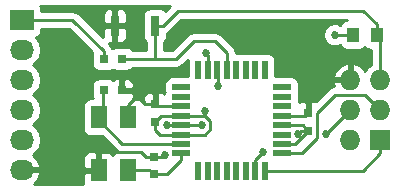
<source format=gtl>
%TF.GenerationSoftware,KiCad,Pcbnew,4.0.5-e0-6337~49~ubuntu16.04.1*%
%TF.CreationDate,2017-01-09T19:52:44-08:00*%
%TF.ProjectId,avr-programmer,6176722D70726F6772616D6D65722E6B,v1.0*%
%TF.FileFunction,Copper,L1,Top,Signal*%
%FSLAX46Y46*%
G04 Gerber Fmt 4.6, Leading zero omitted, Abs format (unit mm)*
G04 Created by KiCad (PCBNEW 4.0.5-e0-6337~49~ubuntu16.04.1) date Mon Jan  9 19:52:44 2017*
%MOMM*%
%LPD*%
G01*
G04 APERTURE LIST*
%ADD10C,0.350000*%
%ADD11R,0.800000X1.700000*%
%ADD12R,0.800000X0.750000*%
%ADD13R,0.750000X0.800000*%
%ADD14R,2.032000X1.727200*%
%ADD15O,2.032000X1.727200*%
%ADD16R,1.727200X1.727200*%
%ADD17O,1.727200X1.727200*%
%ADD18R,1.000000X1.250000*%
%ADD19R,1.397000X1.905000*%
%ADD20R,1.600000X0.550000*%
%ADD21R,0.550000X1.600000*%
%ADD22C,0.685800*%
%ADD23C,0.254000*%
%ADD24C,0.330200*%
%ADD25C,0.350000*%
G04 APERTURE END LIST*
D10*
D11*
X114300000Y-77978000D03*
X110900000Y-77978000D03*
D12*
X111482000Y-80772000D03*
X109982000Y-80772000D03*
X109994000Y-83439000D03*
X111494000Y-83439000D03*
D13*
X114173000Y-90551000D03*
X114173000Y-89051000D03*
X127254000Y-86844000D03*
X127254000Y-85344000D03*
X114300000Y-86106000D03*
X114300000Y-84606000D03*
D14*
X102997000Y-77470000D03*
D15*
X102997000Y-80010000D03*
X102997000Y-82550000D03*
X102997000Y-85090000D03*
X102997000Y-87630000D03*
X102997000Y-90170000D03*
D16*
X133350000Y-87630000D03*
D17*
X130810000Y-87630000D03*
X133350000Y-85090000D03*
X130810000Y-85090000D03*
X133350000Y-82550000D03*
X130810000Y-82550000D03*
D18*
X131080000Y-78740000D03*
X133080000Y-78740000D03*
D19*
X112014000Y-90195400D03*
X112014000Y-85725000D03*
X109524800Y-90195400D03*
X109524800Y-85725000D03*
D20*
X116527000Y-83179000D03*
X116527000Y-83979000D03*
X116527000Y-84779000D03*
X116527000Y-85579000D03*
X116527000Y-86379000D03*
X116527000Y-87179000D03*
X116527000Y-87979000D03*
X116527000Y-88779000D03*
D21*
X117977000Y-90229000D03*
X118777000Y-90229000D03*
X119577000Y-90229000D03*
X120377000Y-90229000D03*
X121177000Y-90229000D03*
X121977000Y-90229000D03*
X122777000Y-90229000D03*
X123577000Y-90229000D03*
D20*
X125027000Y-88779000D03*
X125027000Y-87979000D03*
X125027000Y-87179000D03*
X125027000Y-86379000D03*
X125027000Y-85579000D03*
X125027000Y-84779000D03*
X125027000Y-83979000D03*
X125027000Y-83179000D03*
D21*
X123577000Y-81729000D03*
X122777000Y-81729000D03*
X121977000Y-81729000D03*
X121177000Y-81729000D03*
X120377000Y-81729000D03*
X119577000Y-81729000D03*
X118777000Y-81729000D03*
X117977000Y-81729000D03*
D22*
X116078000Y-78994000D03*
X115130098Y-88900000D03*
X124714000Y-78740000D03*
X109220000Y-77724000D03*
X111506000Y-82042000D03*
X127000000Y-83566000D03*
X118237000Y-86360000D03*
X109474000Y-88138000D03*
X112776000Y-83947000D03*
X115271902Y-86360000D03*
X126421625Y-87122000D03*
X118527376Y-85180624D03*
X129540000Y-78740000D03*
X118618000Y-80264000D03*
X119634000Y-83058000D03*
X123444000Y-88646000D03*
X128733911Y-87122000D03*
D23*
X114300000Y-77978000D02*
X114954000Y-77978000D01*
X114954000Y-77978000D02*
X116224000Y-76708000D01*
X116224000Y-76708000D02*
X131927000Y-76708000D01*
X111482000Y-80772000D02*
X114300000Y-80772000D01*
X114300000Y-80772000D02*
X116078000Y-80772000D01*
X114300000Y-77978000D02*
X114300000Y-80772000D01*
X116078000Y-80772000D02*
X117602000Y-79248000D01*
X133080000Y-78740000D02*
X133080000Y-77861000D01*
X133080000Y-77861000D02*
X131927000Y-76708000D01*
X133350000Y-82550000D02*
X133350000Y-79010000D01*
X133350000Y-79010000D02*
X133080000Y-78740000D01*
X119380000Y-79248000D02*
X120377000Y-80245000D01*
X120377000Y-80245000D02*
X120377000Y-81729000D01*
X117602000Y-79248000D02*
X119380000Y-79248000D01*
X102997000Y-77470000D02*
X107309000Y-77470000D01*
X107309000Y-77470000D02*
X109982000Y-80143000D01*
X109982000Y-80143000D02*
X109982000Y-80772000D01*
X116527000Y-87979000D02*
X111524800Y-87979000D01*
X111524800Y-87979000D02*
X109524800Y-85979000D01*
X109524800Y-85979000D02*
X109524800Y-85725000D01*
X109879000Y-83439000D02*
X109879000Y-85370800D01*
X109879000Y-85370800D02*
X109524800Y-85725000D01*
X114173000Y-89051000D02*
X114979098Y-89051000D01*
X114979098Y-89051000D02*
X115130098Y-88900000D01*
X113139000Y-88646000D02*
X109982000Y-88646000D01*
X109982000Y-88646000D02*
X109474000Y-88138000D01*
X114173000Y-89051000D02*
X113544000Y-89051000D01*
X113544000Y-89051000D02*
X113139000Y-88646000D01*
X130810000Y-82550000D02*
X128524000Y-82550000D01*
X128524000Y-82550000D02*
X124714000Y-78740000D01*
X110900000Y-77978000D02*
X109474000Y-77978000D01*
X109474000Y-77978000D02*
X109220000Y-77724000D01*
X111379000Y-83439000D02*
X111379000Y-82169000D01*
X111379000Y-82169000D02*
X111506000Y-82042000D01*
X109524800Y-90195400D02*
X103022400Y-90195400D01*
X103022400Y-90195400D02*
X102997000Y-90170000D01*
X127254000Y-85344000D02*
X127254000Y-83820000D01*
X127254000Y-83820000D02*
X127000000Y-83566000D01*
X116527000Y-86379000D02*
X118218000Y-86379000D01*
X118218000Y-86379000D02*
X118237000Y-86360000D01*
X127254000Y-85344000D02*
X127019000Y-85579000D01*
X127019000Y-85579000D02*
X125027000Y-85579000D01*
X113665000Y-83058000D02*
X112776000Y-83947000D01*
X111379000Y-83439000D02*
X112268000Y-83439000D01*
X112268000Y-83439000D02*
X112776000Y-83947000D01*
X112014000Y-85725000D02*
X112014000Y-84709000D01*
X112014000Y-84709000D02*
X112776000Y-83947000D01*
X109524800Y-90195400D02*
X109524800Y-88188800D01*
X109524800Y-88188800D02*
X109474000Y-88138000D01*
X114300000Y-84606000D02*
X113435000Y-84606000D01*
X113435000Y-84606000D02*
X112776000Y-83947000D01*
X116527000Y-86379000D02*
X115290902Y-86379000D01*
X115290902Y-86379000D02*
X115271902Y-86360000D01*
X116527000Y-84779000D02*
X114473000Y-84779000D01*
X114473000Y-84779000D02*
X114300000Y-84606000D01*
X114802000Y-90551000D02*
X114173000Y-90551000D01*
X115284000Y-90551000D02*
X114802000Y-90551000D01*
X116527000Y-89308000D02*
X115284000Y-90551000D01*
X116527000Y-88779000D02*
X116527000Y-89308000D01*
X112014000Y-90195400D02*
X113817400Y-90195400D01*
X113817400Y-90195400D02*
X114173000Y-90551000D01*
X127254000Y-86844000D02*
X126699625Y-86844000D01*
X126699625Y-86844000D02*
X126421625Y-87122000D01*
X118527376Y-85579000D02*
X118527376Y-85180624D01*
X118527376Y-85180624D02*
X118618000Y-85090000D01*
X131080000Y-78740000D02*
X129540000Y-78740000D01*
X118960902Y-86012526D02*
X118960902Y-86707474D01*
X117581000Y-87179000D02*
X116527000Y-87179000D01*
X118960902Y-86707474D02*
X118489376Y-87179000D01*
X118527376Y-85579000D02*
X118960902Y-86012526D01*
X118489376Y-87179000D02*
X117581000Y-87179000D01*
X125027000Y-87979000D02*
X126144000Y-87979000D01*
X126144000Y-87979000D02*
X127254000Y-86869000D01*
X127254000Y-86869000D02*
X127254000Y-86844000D01*
X125027000Y-86379000D02*
X126789000Y-86379000D01*
X126789000Y-86379000D02*
X127254000Y-86844000D01*
X114300000Y-86760000D02*
X114300000Y-86106000D01*
X114719000Y-87179000D02*
X114300000Y-86760000D01*
X116527000Y-87179000D02*
X114719000Y-87179000D01*
X116527000Y-85579000D02*
X118527376Y-85579000D01*
X114300000Y-86106000D02*
X114827000Y-85579000D01*
X114827000Y-85579000D02*
X116527000Y-85579000D01*
X118618000Y-80264000D02*
X118777000Y-80423000D01*
X118777000Y-80423000D02*
X118777000Y-81729000D01*
X119634000Y-83058000D02*
X119634000Y-81786000D01*
X119634000Y-81786000D02*
X119577000Y-81729000D01*
X133350000Y-87630000D02*
X133350000Y-88747600D01*
X133350000Y-88747600D02*
X131868600Y-90229000D01*
X124106000Y-90229000D02*
X123577000Y-90229000D01*
X131868600Y-90229000D02*
X124106000Y-90229000D01*
X128010001Y-87481197D02*
X126712198Y-88779000D01*
X129514601Y-83845399D02*
X128010001Y-85349999D01*
X132105399Y-83845399D02*
X129514601Y-83845399D01*
X128010001Y-85349999D02*
X128010001Y-87481197D01*
X126081000Y-88779000D02*
X125027000Y-88779000D01*
X133350000Y-85090000D02*
X132105399Y-83845399D01*
X126712198Y-88779000D02*
X126081000Y-88779000D01*
X122777000Y-90229000D02*
X122777000Y-89313000D01*
X122777000Y-89313000D02*
X123444000Y-88646000D01*
X128733911Y-87122000D02*
X130765911Y-85090000D01*
X130765911Y-85090000D02*
X130810000Y-85090000D01*
G36*
X108972250Y-80210880D02*
X108934560Y-80397000D01*
X108934560Y-81147000D01*
X108978838Y-81382317D01*
X109117910Y-81598441D01*
X109330110Y-81743431D01*
X109582000Y-81794440D01*
X110382000Y-81794440D01*
X110617317Y-81750162D01*
X110731978Y-81676380D01*
X110830110Y-81743431D01*
X111082000Y-81794440D01*
X111882000Y-81794440D01*
X112117317Y-81750162D01*
X112333441Y-81611090D01*
X112386114Y-81534000D01*
X116078000Y-81534000D01*
X116369605Y-81475996D01*
X116616815Y-81310815D01*
X117068762Y-80858868D01*
X117054560Y-80929000D01*
X117054560Y-82256560D01*
X115727000Y-82256560D01*
X115491683Y-82300838D01*
X115275559Y-82439910D01*
X115130569Y-82652110D01*
X115079560Y-82904000D01*
X115079560Y-83454000D01*
X115103944Y-83583589D01*
X115079560Y-83704000D01*
X115079560Y-83712534D01*
X115034699Y-83667673D01*
X114801310Y-83571000D01*
X114585750Y-83571000D01*
X114427000Y-83729750D01*
X114427000Y-84479000D01*
X114447000Y-84479000D01*
X114447000Y-84733000D01*
X114427000Y-84733000D01*
X114427000Y-84753000D01*
X114173000Y-84753000D01*
X114173000Y-84733000D01*
X114153000Y-84733000D01*
X114153000Y-84479000D01*
X114173000Y-84479000D01*
X114173000Y-83729750D01*
X114014250Y-83571000D01*
X113798690Y-83571000D01*
X113565301Y-83667673D01*
X113386673Y-83846302D01*
X113290000Y-84079691D01*
X113290000Y-84320250D01*
X113448748Y-84478998D01*
X113290000Y-84478998D01*
X113290000Y-84507374D01*
X113250827Y-84412802D01*
X113072199Y-84234173D01*
X112838810Y-84137500D01*
X112447321Y-84137500D01*
X112529000Y-83940310D01*
X112529000Y-83724750D01*
X112370250Y-83566000D01*
X111621000Y-83566000D01*
X111621000Y-83586000D01*
X111367000Y-83586000D01*
X111367000Y-83566000D01*
X111347000Y-83566000D01*
X111347000Y-83312000D01*
X111367000Y-83312000D01*
X111367000Y-82587750D01*
X111621000Y-82587750D01*
X111621000Y-83312000D01*
X112370250Y-83312000D01*
X112529000Y-83153250D01*
X112529000Y-82937690D01*
X112432327Y-82704301D01*
X112253698Y-82525673D01*
X112020309Y-82429000D01*
X111779750Y-82429000D01*
X111621000Y-82587750D01*
X111367000Y-82587750D01*
X111208250Y-82429000D01*
X110967691Y-82429000D01*
X110734302Y-82525673D01*
X110732932Y-82527043D01*
X110645890Y-82467569D01*
X110394000Y-82416560D01*
X109594000Y-82416560D01*
X109358683Y-82460838D01*
X109142559Y-82599910D01*
X108997569Y-82812110D01*
X108946560Y-83064000D01*
X108946560Y-83814000D01*
X108990838Y-84049317D01*
X109039577Y-84125060D01*
X108826300Y-84125060D01*
X108590983Y-84169338D01*
X108374859Y-84308410D01*
X108229869Y-84520610D01*
X108178860Y-84772500D01*
X108178860Y-86677500D01*
X108223138Y-86912817D01*
X108362210Y-87128941D01*
X108574410Y-87273931D01*
X108826300Y-87324940D01*
X109793110Y-87324940D01*
X110985985Y-88517815D01*
X111149059Y-88626778D01*
X111080183Y-88639738D01*
X110864059Y-88778810D01*
X110773366Y-88911543D01*
X110761627Y-88883202D01*
X110582999Y-88704573D01*
X110349610Y-88607900D01*
X109810550Y-88607900D01*
X109651800Y-88766650D01*
X109651800Y-90068400D01*
X109671800Y-90068400D01*
X109671800Y-90322400D01*
X109651800Y-90322400D01*
X109651800Y-90342400D01*
X109397800Y-90342400D01*
X109397800Y-90322400D01*
X108350050Y-90322400D01*
X108191300Y-90481150D01*
X108191300Y-91274209D01*
X108228410Y-91363800D01*
X104021178Y-91363800D01*
X104347732Y-91072036D01*
X104601709Y-90544791D01*
X104604358Y-90529026D01*
X104483217Y-90297000D01*
X103124000Y-90297000D01*
X103124000Y-90317000D01*
X102870000Y-90317000D01*
X102870000Y-90297000D01*
X102850000Y-90297000D01*
X102850000Y-90043000D01*
X102870000Y-90043000D01*
X102870000Y-90023000D01*
X103124000Y-90023000D01*
X103124000Y-90043000D01*
X104483217Y-90043000D01*
X104604358Y-89810974D01*
X104601709Y-89795209D01*
X104347732Y-89267964D01*
X104178310Y-89116591D01*
X108191300Y-89116591D01*
X108191300Y-89909650D01*
X108350050Y-90068400D01*
X109397800Y-90068400D01*
X109397800Y-88766650D01*
X109239050Y-88607900D01*
X108699990Y-88607900D01*
X108466601Y-88704573D01*
X108287973Y-88883202D01*
X108191300Y-89116591D01*
X104178310Y-89116591D01*
X103931931Y-88896461D01*
X104241415Y-88689670D01*
X104566271Y-88203489D01*
X104680345Y-87630000D01*
X104566271Y-87056511D01*
X104241415Y-86570330D01*
X103926634Y-86360000D01*
X104241415Y-86149670D01*
X104566271Y-85663489D01*
X104680345Y-85090000D01*
X104566271Y-84516511D01*
X104241415Y-84030330D01*
X103926634Y-83820000D01*
X104241415Y-83609670D01*
X104566271Y-83123489D01*
X104680345Y-82550000D01*
X104566271Y-81976511D01*
X104241415Y-81490330D01*
X103926634Y-81280000D01*
X104241415Y-81069670D01*
X104566271Y-80583489D01*
X104680345Y-80010000D01*
X104566271Y-79436511D01*
X104241415Y-78950330D01*
X104227087Y-78940757D01*
X104248317Y-78936762D01*
X104464441Y-78797690D01*
X104609431Y-78585490D01*
X104660440Y-78333600D01*
X104660440Y-78232000D01*
X106993370Y-78232000D01*
X108972250Y-80210880D01*
X108972250Y-80210880D01*
G37*
X108972250Y-80210880D02*
X108934560Y-80397000D01*
X108934560Y-81147000D01*
X108978838Y-81382317D01*
X109117910Y-81598441D01*
X109330110Y-81743431D01*
X109582000Y-81794440D01*
X110382000Y-81794440D01*
X110617317Y-81750162D01*
X110731978Y-81676380D01*
X110830110Y-81743431D01*
X111082000Y-81794440D01*
X111882000Y-81794440D01*
X112117317Y-81750162D01*
X112333441Y-81611090D01*
X112386114Y-81534000D01*
X116078000Y-81534000D01*
X116369605Y-81475996D01*
X116616815Y-81310815D01*
X117068762Y-80858868D01*
X117054560Y-80929000D01*
X117054560Y-82256560D01*
X115727000Y-82256560D01*
X115491683Y-82300838D01*
X115275559Y-82439910D01*
X115130569Y-82652110D01*
X115079560Y-82904000D01*
X115079560Y-83454000D01*
X115103944Y-83583589D01*
X115079560Y-83704000D01*
X115079560Y-83712534D01*
X115034699Y-83667673D01*
X114801310Y-83571000D01*
X114585750Y-83571000D01*
X114427000Y-83729750D01*
X114427000Y-84479000D01*
X114447000Y-84479000D01*
X114447000Y-84733000D01*
X114427000Y-84733000D01*
X114427000Y-84753000D01*
X114173000Y-84753000D01*
X114173000Y-84733000D01*
X114153000Y-84733000D01*
X114153000Y-84479000D01*
X114173000Y-84479000D01*
X114173000Y-83729750D01*
X114014250Y-83571000D01*
X113798690Y-83571000D01*
X113565301Y-83667673D01*
X113386673Y-83846302D01*
X113290000Y-84079691D01*
X113290000Y-84320250D01*
X113448748Y-84478998D01*
X113290000Y-84478998D01*
X113290000Y-84507374D01*
X113250827Y-84412802D01*
X113072199Y-84234173D01*
X112838810Y-84137500D01*
X112447321Y-84137500D01*
X112529000Y-83940310D01*
X112529000Y-83724750D01*
X112370250Y-83566000D01*
X111621000Y-83566000D01*
X111621000Y-83586000D01*
X111367000Y-83586000D01*
X111367000Y-83566000D01*
X111347000Y-83566000D01*
X111347000Y-83312000D01*
X111367000Y-83312000D01*
X111367000Y-82587750D01*
X111621000Y-82587750D01*
X111621000Y-83312000D01*
X112370250Y-83312000D01*
X112529000Y-83153250D01*
X112529000Y-82937690D01*
X112432327Y-82704301D01*
X112253698Y-82525673D01*
X112020309Y-82429000D01*
X111779750Y-82429000D01*
X111621000Y-82587750D01*
X111367000Y-82587750D01*
X111208250Y-82429000D01*
X110967691Y-82429000D01*
X110734302Y-82525673D01*
X110732932Y-82527043D01*
X110645890Y-82467569D01*
X110394000Y-82416560D01*
X109594000Y-82416560D01*
X109358683Y-82460838D01*
X109142559Y-82599910D01*
X108997569Y-82812110D01*
X108946560Y-83064000D01*
X108946560Y-83814000D01*
X108990838Y-84049317D01*
X109039577Y-84125060D01*
X108826300Y-84125060D01*
X108590983Y-84169338D01*
X108374859Y-84308410D01*
X108229869Y-84520610D01*
X108178860Y-84772500D01*
X108178860Y-86677500D01*
X108223138Y-86912817D01*
X108362210Y-87128941D01*
X108574410Y-87273931D01*
X108826300Y-87324940D01*
X109793110Y-87324940D01*
X110985985Y-88517815D01*
X111149059Y-88626778D01*
X111080183Y-88639738D01*
X110864059Y-88778810D01*
X110773366Y-88911543D01*
X110761627Y-88883202D01*
X110582999Y-88704573D01*
X110349610Y-88607900D01*
X109810550Y-88607900D01*
X109651800Y-88766650D01*
X109651800Y-90068400D01*
X109671800Y-90068400D01*
X109671800Y-90322400D01*
X109651800Y-90322400D01*
X109651800Y-90342400D01*
X109397800Y-90342400D01*
X109397800Y-90322400D01*
X108350050Y-90322400D01*
X108191300Y-90481150D01*
X108191300Y-91274209D01*
X108228410Y-91363800D01*
X104021178Y-91363800D01*
X104347732Y-91072036D01*
X104601709Y-90544791D01*
X104604358Y-90529026D01*
X104483217Y-90297000D01*
X103124000Y-90297000D01*
X103124000Y-90317000D01*
X102870000Y-90317000D01*
X102870000Y-90297000D01*
X102850000Y-90297000D01*
X102850000Y-90043000D01*
X102870000Y-90043000D01*
X102870000Y-90023000D01*
X103124000Y-90023000D01*
X103124000Y-90043000D01*
X104483217Y-90043000D01*
X104604358Y-89810974D01*
X104601709Y-89795209D01*
X104347732Y-89267964D01*
X104178310Y-89116591D01*
X108191300Y-89116591D01*
X108191300Y-89909650D01*
X108350050Y-90068400D01*
X109397800Y-90068400D01*
X109397800Y-88766650D01*
X109239050Y-88607900D01*
X108699990Y-88607900D01*
X108466601Y-88704573D01*
X108287973Y-88883202D01*
X108191300Y-89116591D01*
X104178310Y-89116591D01*
X103931931Y-88896461D01*
X104241415Y-88689670D01*
X104566271Y-88203489D01*
X104680345Y-87630000D01*
X104566271Y-87056511D01*
X104241415Y-86570330D01*
X103926634Y-86360000D01*
X104241415Y-86149670D01*
X104566271Y-85663489D01*
X104680345Y-85090000D01*
X104566271Y-84516511D01*
X104241415Y-84030330D01*
X103926634Y-83820000D01*
X104241415Y-83609670D01*
X104566271Y-83123489D01*
X104680345Y-82550000D01*
X104566271Y-81976511D01*
X104241415Y-81490330D01*
X103926634Y-81280000D01*
X104241415Y-81069670D01*
X104566271Y-80583489D01*
X104680345Y-80010000D01*
X104566271Y-79436511D01*
X104241415Y-78950330D01*
X104227087Y-78940757D01*
X104248317Y-78936762D01*
X104464441Y-78797690D01*
X104609431Y-78585490D01*
X104660440Y-78333600D01*
X104660440Y-78232000D01*
X106993370Y-78232000D01*
X108972250Y-80210880D01*
G36*
X114300000Y-88924000D02*
X114320000Y-88924000D01*
X114320000Y-89178000D01*
X114300000Y-89178000D01*
X114300000Y-89198000D01*
X114046000Y-89198000D01*
X114046000Y-89178000D01*
X114026000Y-89178000D01*
X114026000Y-88924000D01*
X114046000Y-88924000D01*
X114046000Y-88904000D01*
X114300000Y-88904000D01*
X114300000Y-88924000D01*
X114300000Y-88924000D01*
G37*
X114300000Y-88924000D02*
X114320000Y-88924000D01*
X114320000Y-89178000D01*
X114300000Y-89178000D01*
X114300000Y-89198000D01*
X114046000Y-89198000D01*
X114046000Y-89178000D01*
X114026000Y-89178000D01*
X114026000Y-88924000D01*
X114046000Y-88924000D01*
X114046000Y-88904000D01*
X114300000Y-88904000D01*
X114300000Y-88924000D01*
G36*
X112141000Y-85598000D02*
X112161000Y-85598000D01*
X112161000Y-85852000D01*
X112141000Y-85852000D01*
X112141000Y-85872000D01*
X111887000Y-85872000D01*
X111887000Y-85852000D01*
X111867000Y-85852000D01*
X111867000Y-85598000D01*
X111887000Y-85598000D01*
X111887000Y-85578000D01*
X112141000Y-85578000D01*
X112141000Y-85598000D01*
X112141000Y-85598000D01*
G37*
X112141000Y-85598000D02*
X112161000Y-85598000D01*
X112161000Y-85852000D01*
X112141000Y-85852000D01*
X112141000Y-85872000D01*
X111887000Y-85872000D01*
X111887000Y-85852000D01*
X111867000Y-85852000D01*
X111867000Y-85598000D01*
X111887000Y-85598000D01*
X111887000Y-85578000D01*
X112141000Y-85578000D01*
X112141000Y-85598000D01*
G36*
X130344683Y-77511838D02*
X130128559Y-77650910D01*
X129983569Y-77863110D01*
X129983154Y-77865159D01*
X129735370Y-77762270D01*
X129346337Y-77761931D01*
X128986788Y-77910493D01*
X128711460Y-78185341D01*
X128562270Y-78544630D01*
X128561931Y-78933663D01*
X128710493Y-79293212D01*
X128985341Y-79568540D01*
X129344630Y-79717730D01*
X129733663Y-79718069D01*
X129985619Y-79613963D01*
X130115910Y-79816441D01*
X130328110Y-79961431D01*
X130580000Y-80012440D01*
X131580000Y-80012440D01*
X131815317Y-79968162D01*
X132031441Y-79829090D01*
X132079134Y-79759289D01*
X132115910Y-79816441D01*
X132328110Y-79961431D01*
X132580000Y-80012440D01*
X132588000Y-80012440D01*
X132588000Y-81271816D01*
X132260971Y-81490330D01*
X132080008Y-81761161D01*
X131698490Y-81343179D01*
X131169027Y-81095032D01*
X130937000Y-81215531D01*
X130937000Y-82423000D01*
X130957000Y-82423000D01*
X130957000Y-82677000D01*
X130937000Y-82677000D01*
X130937000Y-82697000D01*
X130683000Y-82697000D01*
X130683000Y-82677000D01*
X129476183Y-82677000D01*
X129355042Y-82909026D01*
X129433913Y-83099449D01*
X129222996Y-83141403D01*
X129170560Y-83176440D01*
X128975786Y-83306583D01*
X127909501Y-84372868D01*
X127755310Y-84309000D01*
X127539750Y-84309000D01*
X127381000Y-84467750D01*
X127381000Y-84946156D01*
X127306005Y-85058394D01*
X127248001Y-85349999D01*
X127248001Y-85491000D01*
X127127000Y-85491000D01*
X127127000Y-85471000D01*
X127107000Y-85471000D01*
X127107000Y-85217000D01*
X127127000Y-85217000D01*
X127127000Y-84467750D01*
X126968250Y-84309000D01*
X126752690Y-84309000D01*
X126519301Y-84405673D01*
X126465973Y-84459001D01*
X126450056Y-84374411D01*
X126474440Y-84254000D01*
X126474440Y-83704000D01*
X126450056Y-83574411D01*
X126474440Y-83454000D01*
X126474440Y-82904000D01*
X126430162Y-82668683D01*
X126291090Y-82452559D01*
X126078890Y-82307569D01*
X125827000Y-82256560D01*
X124499440Y-82256560D01*
X124499440Y-82190974D01*
X129355042Y-82190974D01*
X129476183Y-82423000D01*
X130683000Y-82423000D01*
X130683000Y-81215531D01*
X130450973Y-81095032D01*
X129921510Y-81343179D01*
X129527312Y-81775053D01*
X129355042Y-82190974D01*
X124499440Y-82190974D01*
X124499440Y-80929000D01*
X124455162Y-80693683D01*
X124316090Y-80477559D01*
X124103890Y-80332569D01*
X123852000Y-80281560D01*
X123302000Y-80281560D01*
X123172411Y-80305944D01*
X123052000Y-80281560D01*
X122502000Y-80281560D01*
X122372411Y-80305944D01*
X122252000Y-80281560D01*
X121702000Y-80281560D01*
X121572411Y-80305944D01*
X121452000Y-80281560D01*
X121139000Y-80281560D01*
X121139000Y-80245000D01*
X121080996Y-79953395D01*
X120915815Y-79706185D01*
X119918815Y-78709185D01*
X119793533Y-78625474D01*
X119671605Y-78544004D01*
X119380000Y-78486000D01*
X117602000Y-78486000D01*
X117310395Y-78544004D01*
X117063184Y-78709185D01*
X115762370Y-80010000D01*
X115062000Y-80010000D01*
X115062000Y-79349644D01*
X115151441Y-79292090D01*
X115296431Y-79079890D01*
X115347440Y-78828000D01*
X115347440Y-78613952D01*
X115492815Y-78516815D01*
X116539631Y-77470000D01*
X130567033Y-77470000D01*
X130344683Y-77511838D01*
X130344683Y-77511838D01*
G37*
X130344683Y-77511838D02*
X130128559Y-77650910D01*
X129983569Y-77863110D01*
X129983154Y-77865159D01*
X129735370Y-77762270D01*
X129346337Y-77761931D01*
X128986788Y-77910493D01*
X128711460Y-78185341D01*
X128562270Y-78544630D01*
X128561931Y-78933663D01*
X128710493Y-79293212D01*
X128985341Y-79568540D01*
X129344630Y-79717730D01*
X129733663Y-79718069D01*
X129985619Y-79613963D01*
X130115910Y-79816441D01*
X130328110Y-79961431D01*
X130580000Y-80012440D01*
X131580000Y-80012440D01*
X131815317Y-79968162D01*
X132031441Y-79829090D01*
X132079134Y-79759289D01*
X132115910Y-79816441D01*
X132328110Y-79961431D01*
X132580000Y-80012440D01*
X132588000Y-80012440D01*
X132588000Y-81271816D01*
X132260971Y-81490330D01*
X132080008Y-81761161D01*
X131698490Y-81343179D01*
X131169027Y-81095032D01*
X130937000Y-81215531D01*
X130937000Y-82423000D01*
X130957000Y-82423000D01*
X130957000Y-82677000D01*
X130937000Y-82677000D01*
X130937000Y-82697000D01*
X130683000Y-82697000D01*
X130683000Y-82677000D01*
X129476183Y-82677000D01*
X129355042Y-82909026D01*
X129433913Y-83099449D01*
X129222996Y-83141403D01*
X129170560Y-83176440D01*
X128975786Y-83306583D01*
X127909501Y-84372868D01*
X127755310Y-84309000D01*
X127539750Y-84309000D01*
X127381000Y-84467750D01*
X127381000Y-84946156D01*
X127306005Y-85058394D01*
X127248001Y-85349999D01*
X127248001Y-85491000D01*
X127127000Y-85491000D01*
X127127000Y-85471000D01*
X127107000Y-85471000D01*
X127107000Y-85217000D01*
X127127000Y-85217000D01*
X127127000Y-84467750D01*
X126968250Y-84309000D01*
X126752690Y-84309000D01*
X126519301Y-84405673D01*
X126465973Y-84459001D01*
X126450056Y-84374411D01*
X126474440Y-84254000D01*
X126474440Y-83704000D01*
X126450056Y-83574411D01*
X126474440Y-83454000D01*
X126474440Y-82904000D01*
X126430162Y-82668683D01*
X126291090Y-82452559D01*
X126078890Y-82307569D01*
X125827000Y-82256560D01*
X124499440Y-82256560D01*
X124499440Y-82190974D01*
X129355042Y-82190974D01*
X129476183Y-82423000D01*
X130683000Y-82423000D01*
X130683000Y-81215531D01*
X130450973Y-81095032D01*
X129921510Y-81343179D01*
X129527312Y-81775053D01*
X129355042Y-82190974D01*
X124499440Y-82190974D01*
X124499440Y-80929000D01*
X124455162Y-80693683D01*
X124316090Y-80477559D01*
X124103890Y-80332569D01*
X123852000Y-80281560D01*
X123302000Y-80281560D01*
X123172411Y-80305944D01*
X123052000Y-80281560D01*
X122502000Y-80281560D01*
X122372411Y-80305944D01*
X122252000Y-80281560D01*
X121702000Y-80281560D01*
X121572411Y-80305944D01*
X121452000Y-80281560D01*
X121139000Y-80281560D01*
X121139000Y-80245000D01*
X121080996Y-79953395D01*
X120915815Y-79706185D01*
X119918815Y-78709185D01*
X119793533Y-78625474D01*
X119671605Y-78544004D01*
X119380000Y-78486000D01*
X117602000Y-78486000D01*
X117310395Y-78544004D01*
X117063184Y-78709185D01*
X115762370Y-80010000D01*
X115062000Y-80010000D01*
X115062000Y-79349644D01*
X115151441Y-79292090D01*
X115296431Y-79079890D01*
X115347440Y-78828000D01*
X115347440Y-78613952D01*
X115492815Y-78516815D01*
X116539631Y-77470000D01*
X130567033Y-77470000D01*
X130344683Y-77511838D01*
G36*
X115169462Y-76684907D02*
X115164090Y-76676559D01*
X114951890Y-76531569D01*
X114700000Y-76480560D01*
X113900000Y-76480560D01*
X113664683Y-76524838D01*
X113448559Y-76663910D01*
X113303569Y-76876110D01*
X113252560Y-77128000D01*
X113252560Y-78828000D01*
X113296838Y-79063317D01*
X113435910Y-79279441D01*
X113538000Y-79349196D01*
X113538000Y-80010000D01*
X112387557Y-80010000D01*
X112346090Y-79945559D01*
X112133890Y-79800569D01*
X111882000Y-79749560D01*
X111082000Y-79749560D01*
X110846683Y-79793838D01*
X110732022Y-79867620D01*
X110667279Y-79823382D01*
X110520815Y-79604185D01*
X110379630Y-79463000D01*
X110614250Y-79463000D01*
X110773000Y-79304250D01*
X110773000Y-78105000D01*
X111027000Y-78105000D01*
X111027000Y-79304250D01*
X111185750Y-79463000D01*
X111426309Y-79463000D01*
X111659698Y-79366327D01*
X111838327Y-79187699D01*
X111935000Y-78954310D01*
X111935000Y-78263750D01*
X111776250Y-78105000D01*
X111027000Y-78105000D01*
X110773000Y-78105000D01*
X110023750Y-78105000D01*
X109865000Y-78263750D01*
X109865000Y-78948370D01*
X107918320Y-77001690D01*
X109865000Y-77001690D01*
X109865000Y-77692250D01*
X110023750Y-77851000D01*
X110773000Y-77851000D01*
X110773000Y-76651750D01*
X111027000Y-76651750D01*
X111027000Y-77851000D01*
X111776250Y-77851000D01*
X111935000Y-77692250D01*
X111935000Y-77001690D01*
X111838327Y-76768301D01*
X111659698Y-76589673D01*
X111426309Y-76493000D01*
X111185750Y-76493000D01*
X111027000Y-76651750D01*
X110773000Y-76651750D01*
X110614250Y-76493000D01*
X110373691Y-76493000D01*
X110140302Y-76589673D01*
X109961673Y-76768301D01*
X109865000Y-77001690D01*
X107918320Y-77001690D01*
X107847815Y-76931185D01*
X107770815Y-76879735D01*
X107600605Y-76766004D01*
X107309000Y-76708000D01*
X104660440Y-76708000D01*
X104660440Y-76606400D01*
X104616162Y-76371083D01*
X104555106Y-76276200D01*
X115578169Y-76276200D01*
X115169462Y-76684907D01*
X115169462Y-76684907D01*
G37*
X115169462Y-76684907D02*
X115164090Y-76676559D01*
X114951890Y-76531569D01*
X114700000Y-76480560D01*
X113900000Y-76480560D01*
X113664683Y-76524838D01*
X113448559Y-76663910D01*
X113303569Y-76876110D01*
X113252560Y-77128000D01*
X113252560Y-78828000D01*
X113296838Y-79063317D01*
X113435910Y-79279441D01*
X113538000Y-79349196D01*
X113538000Y-80010000D01*
X112387557Y-80010000D01*
X112346090Y-79945559D01*
X112133890Y-79800569D01*
X111882000Y-79749560D01*
X111082000Y-79749560D01*
X110846683Y-79793838D01*
X110732022Y-79867620D01*
X110667279Y-79823382D01*
X110520815Y-79604185D01*
X110379630Y-79463000D01*
X110614250Y-79463000D01*
X110773000Y-79304250D01*
X110773000Y-78105000D01*
X111027000Y-78105000D01*
X111027000Y-79304250D01*
X111185750Y-79463000D01*
X111426309Y-79463000D01*
X111659698Y-79366327D01*
X111838327Y-79187699D01*
X111935000Y-78954310D01*
X111935000Y-78263750D01*
X111776250Y-78105000D01*
X111027000Y-78105000D01*
X110773000Y-78105000D01*
X110023750Y-78105000D01*
X109865000Y-78263750D01*
X109865000Y-78948370D01*
X107918320Y-77001690D01*
X109865000Y-77001690D01*
X109865000Y-77692250D01*
X110023750Y-77851000D01*
X110773000Y-77851000D01*
X110773000Y-76651750D01*
X111027000Y-76651750D01*
X111027000Y-77851000D01*
X111776250Y-77851000D01*
X111935000Y-77692250D01*
X111935000Y-77001690D01*
X111838327Y-76768301D01*
X111659698Y-76589673D01*
X111426309Y-76493000D01*
X111185750Y-76493000D01*
X111027000Y-76651750D01*
X110773000Y-76651750D01*
X110614250Y-76493000D01*
X110373691Y-76493000D01*
X110140302Y-76589673D01*
X109961673Y-76768301D01*
X109865000Y-77001690D01*
X107918320Y-77001690D01*
X107847815Y-76931185D01*
X107770815Y-76879735D01*
X107600605Y-76766004D01*
X107309000Y-76708000D01*
X104660440Y-76708000D01*
X104660440Y-76606400D01*
X104616162Y-76371083D01*
X104555106Y-76276200D01*
X115578169Y-76276200D01*
X115169462Y-76684907D01*
D24*
X116078000Y-78994000D03*
X115130098Y-88900000D03*
X124714000Y-78740000D03*
X109220000Y-77724000D03*
X111506000Y-82042000D03*
X127000000Y-83566000D03*
X118237000Y-86360000D03*
X109474000Y-88138000D03*
X112776000Y-83947000D03*
X115271902Y-86360000D03*
X126421625Y-87122000D03*
X118527376Y-85180624D03*
X129540000Y-78740000D03*
X118618000Y-80264000D03*
X119634000Y-83058000D03*
X123444000Y-88646000D03*
X128733911Y-87122000D03*
D25*
X102997000Y-77470000D03*
X102997000Y-80010000D03*
X102997000Y-82550000D03*
X102997000Y-85090000D03*
X102997000Y-87630000D03*
X102997000Y-90170000D03*
X133350000Y-87630000D03*
X130810000Y-87630000D03*
X133350000Y-85090000D03*
X130810000Y-85090000D03*
X133350000Y-82550000D03*
X130810000Y-82550000D03*
M02*

</source>
